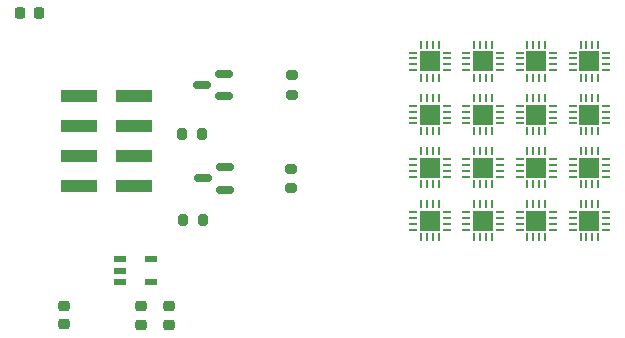
<source format=gbr>
%TF.GenerationSoftware,KiCad,Pcbnew,7.0.7*%
%TF.CreationDate,2023-10-03T17:06:42-05:00*%
%TF.ProjectId,MLX90393_board3,4d4c5839-3033-4393-935f-626f61726433,rev?*%
%TF.SameCoordinates,Original*%
%TF.FileFunction,Paste,Top*%
%TF.FilePolarity,Positive*%
%FSLAX46Y46*%
G04 Gerber Fmt 4.6, Leading zero omitted, Abs format (unit mm)*
G04 Created by KiCad (PCBNEW 7.0.7) date 2023-10-03 17:06:42*
%MOMM*%
%LPD*%
G01*
G04 APERTURE LIST*
G04 Aperture macros list*
%AMRoundRect*
0 Rectangle with rounded corners*
0 $1 Rounding radius*
0 $2 $3 $4 $5 $6 $7 $8 $9 X,Y pos of 4 corners*
0 Add a 4 corners polygon primitive as box body*
4,1,4,$2,$3,$4,$5,$6,$7,$8,$9,$2,$3,0*
0 Add four circle primitives for the rounded corners*
1,1,$1+$1,$2,$3*
1,1,$1+$1,$4,$5*
1,1,$1+$1,$6,$7*
1,1,$1+$1,$8,$9*
0 Add four rect primitives between the rounded corners*
20,1,$1+$1,$2,$3,$4,$5,0*
20,1,$1+$1,$4,$5,$6,$7,0*
20,1,$1+$1,$6,$7,$8,$9,0*
20,1,$1+$1,$8,$9,$2,$3,0*%
G04 Aperture macros list end*
%ADD10RoundRect,0.200000X0.275000X-0.200000X0.275000X0.200000X-0.275000X0.200000X-0.275000X-0.200000X0*%
%ADD11R,0.664999X0.280010*%
%ADD12R,0.280010X0.664999*%
%ADD13R,1.750013X1.750013*%
%ADD14R,1.104902X0.622301*%
%ADD15R,3.170003X1.000000*%
%ADD16RoundRect,0.150000X0.587500X0.150000X-0.587500X0.150000X-0.587500X-0.150000X0.587500X-0.150000X0*%
%ADD17RoundRect,0.225000X-0.250000X0.225000X-0.250000X-0.225000X0.250000X-0.225000X0.250000X0.225000X0*%
%ADD18RoundRect,0.218750X-0.218750X-0.256250X0.218750X-0.256250X0.218750X0.256250X-0.218750X0.256250X0*%
%ADD19RoundRect,0.200000X-0.200000X-0.275000X0.200000X-0.275000X0.200000X0.275000X-0.200000X0.275000X0*%
G04 APERTURE END LIST*
D10*
%TO.C,R20*%
X154061689Y-116683415D03*
X154061689Y-115033415D03*
%TD*%
D11*
%TO.C,M16*%
X177909272Y-118698351D03*
X177909272Y-119198479D03*
X177909272Y-119698351D03*
X177909272Y-120198479D03*
D12*
X178566625Y-120855832D03*
X179066753Y-120855832D03*
X179566625Y-120855832D03*
X180066753Y-120855832D03*
D11*
X180724106Y-120198479D03*
X180724106Y-119698351D03*
X180724106Y-119198479D03*
X180724106Y-118698351D03*
D12*
X180066753Y-118040998D03*
X179566625Y-118040998D03*
X179066753Y-118040998D03*
X178566625Y-118040998D03*
D13*
X179316689Y-119448415D03*
%TD*%
D14*
%TO.C,U5*%
X139561714Y-122708682D03*
X139561714Y-123657882D03*
X139561714Y-124608097D03*
X142161664Y-124608097D03*
X142161664Y-122708682D03*
%TD*%
D15*
%TO.C,J1*%
X140781534Y-108908407D03*
X136121641Y-108908407D03*
X140781534Y-111448412D03*
X136121641Y-111448412D03*
X140781534Y-113988418D03*
X136121641Y-113988418D03*
X140781534Y-116528423D03*
X136121641Y-116528423D03*
%TD*%
D16*
%TO.C,Q2*%
X148499189Y-116808415D03*
X148499189Y-114908415D03*
X146624189Y-115858415D03*
%TD*%
D17*
%TO.C,C3*%
X134861689Y-126658415D03*
X134861689Y-128208415D03*
%TD*%
D11*
%TO.C,M8*%
X177909272Y-109698351D03*
X177909272Y-110198479D03*
X177909272Y-110698351D03*
X177909272Y-111198479D03*
D12*
X178566625Y-111855832D03*
X179066753Y-111855832D03*
X179566625Y-111855832D03*
X180066753Y-111855832D03*
D11*
X180724106Y-111198479D03*
X180724106Y-110698351D03*
X180724106Y-110198479D03*
X180724106Y-109698351D03*
D12*
X180066753Y-109040998D03*
X179566625Y-109040998D03*
X179066753Y-109040998D03*
X178566625Y-109040998D03*
D13*
X179316689Y-110448415D03*
%TD*%
D11*
%TO.C,M11*%
X173409272Y-114198351D03*
X173409272Y-114698479D03*
X173409272Y-115198351D03*
X173409272Y-115698479D03*
D12*
X174066625Y-116355832D03*
X174566753Y-116355832D03*
X175066625Y-116355832D03*
X175566753Y-116355832D03*
D11*
X176224106Y-115698479D03*
X176224106Y-115198351D03*
X176224106Y-114698479D03*
X176224106Y-114198351D03*
D12*
X175566753Y-113540998D03*
X175066625Y-113540998D03*
X174566753Y-113540998D03*
X174066625Y-113540998D03*
D13*
X174816689Y-114948415D03*
%TD*%
D11*
%TO.C,M1*%
X168909272Y-105198351D03*
X168909272Y-105698479D03*
X168909272Y-106198351D03*
X168909272Y-106698479D03*
D12*
X169566625Y-107355832D03*
X170066753Y-107355832D03*
X170566625Y-107355832D03*
X171066753Y-107355832D03*
D11*
X171724106Y-106698479D03*
X171724106Y-106198351D03*
X171724106Y-105698479D03*
X171724106Y-105198351D03*
D12*
X171066753Y-104540998D03*
X170566625Y-104540998D03*
X170066753Y-104540998D03*
X169566625Y-104540998D03*
D13*
X170316689Y-105948415D03*
%TD*%
D11*
%TO.C,M2*%
X173409272Y-105198351D03*
X173409272Y-105698479D03*
X173409272Y-106198351D03*
X173409272Y-106698479D03*
D12*
X174066625Y-107355832D03*
X174566753Y-107355832D03*
X175066625Y-107355832D03*
X175566753Y-107355832D03*
D11*
X176224106Y-106698479D03*
X176224106Y-106198351D03*
X176224106Y-105698479D03*
X176224106Y-105198351D03*
D12*
X175566753Y-104540998D03*
X175066625Y-104540998D03*
X174566753Y-104540998D03*
X174066625Y-104540998D03*
D13*
X174816689Y-105948415D03*
%TD*%
D10*
%TO.C,R19*%
X154161689Y-108783415D03*
X154161689Y-107133415D03*
%TD*%
D11*
%TO.C,M9*%
X164409272Y-114198351D03*
X164409272Y-114698479D03*
X164409272Y-115198351D03*
X164409272Y-115698479D03*
D12*
X165066625Y-116355832D03*
X165566753Y-116355832D03*
X166066625Y-116355832D03*
X166566753Y-116355832D03*
D11*
X167224106Y-115698479D03*
X167224106Y-115198351D03*
X167224106Y-114698479D03*
X167224106Y-114198351D03*
D12*
X166566753Y-113540998D03*
X166066625Y-113540998D03*
X165566753Y-113540998D03*
X165066625Y-113540998D03*
D13*
X165816689Y-114948415D03*
%TD*%
D11*
%TO.C,M10*%
X168909272Y-114198351D03*
X168909272Y-114698479D03*
X168909272Y-115198351D03*
X168909272Y-115698479D03*
D12*
X169566625Y-116355832D03*
X170066753Y-116355832D03*
X170566625Y-116355832D03*
X171066753Y-116355832D03*
D11*
X171724106Y-115698479D03*
X171724106Y-115198351D03*
X171724106Y-114698479D03*
X171724106Y-114198351D03*
D12*
X171066753Y-113540998D03*
X170566625Y-113540998D03*
X170066753Y-113540998D03*
X169566625Y-113540998D03*
D13*
X170316689Y-114948415D03*
%TD*%
D16*
%TO.C,Q1*%
X148399189Y-108908415D03*
X148399189Y-107008415D03*
X146524189Y-107958415D03*
%TD*%
D18*
%TO.C,D1*%
X131112500Y-101850000D03*
X132687500Y-101850000D03*
%TD*%
D11*
%TO.C,M4*%
X177909272Y-105198351D03*
X177909272Y-105698479D03*
X177909272Y-106198351D03*
X177909272Y-106698479D03*
D12*
X178566625Y-107355832D03*
X179066753Y-107355832D03*
X179566625Y-107355832D03*
X180066753Y-107355832D03*
D11*
X180724106Y-106698479D03*
X180724106Y-106198351D03*
X180724106Y-105698479D03*
X180724106Y-105198351D03*
D12*
X180066753Y-104540998D03*
X179566625Y-104540998D03*
X179066753Y-104540998D03*
X178566625Y-104540998D03*
D13*
X179316689Y-105948415D03*
%TD*%
D19*
%TO.C,R18*%
X144836689Y-112108415D03*
X146486689Y-112108415D03*
%TD*%
D11*
%TO.C,M15*%
X173409272Y-118698351D03*
X173409272Y-119198479D03*
X173409272Y-119698351D03*
X173409272Y-120198479D03*
D12*
X174066625Y-120855832D03*
X174566753Y-120855832D03*
X175066625Y-120855832D03*
X175566753Y-120855832D03*
D11*
X176224106Y-120198479D03*
X176224106Y-119698351D03*
X176224106Y-119198479D03*
X176224106Y-118698351D03*
D12*
X175566753Y-118040998D03*
X175066625Y-118040998D03*
X174566753Y-118040998D03*
X174066625Y-118040998D03*
D13*
X174816689Y-119448415D03*
%TD*%
D17*
%TO.C,C1*%
X143761689Y-126683415D03*
X143761689Y-128233415D03*
%TD*%
%TO.C,C2*%
X141361689Y-126683415D03*
X141361689Y-128233415D03*
%TD*%
D11*
%TO.C,M14*%
X168909272Y-118698351D03*
X168909272Y-119198479D03*
X168909272Y-119698351D03*
X168909272Y-120198479D03*
D12*
X169566625Y-120855832D03*
X170066753Y-120855832D03*
X170566625Y-120855832D03*
X171066753Y-120855832D03*
D11*
X171724106Y-120198479D03*
X171724106Y-119698351D03*
X171724106Y-119198479D03*
X171724106Y-118698351D03*
D12*
X171066753Y-118040998D03*
X170566625Y-118040998D03*
X170066753Y-118040998D03*
X169566625Y-118040998D03*
D13*
X170316689Y-119448415D03*
%TD*%
D19*
%TO.C,R17*%
X144936689Y-119358415D03*
X146586689Y-119358415D03*
%TD*%
D11*
%TO.C,M12*%
X177909272Y-114198351D03*
X177909272Y-114698479D03*
X177909272Y-115198351D03*
X177909272Y-115698479D03*
D12*
X178566625Y-116355832D03*
X179066753Y-116355832D03*
X179566625Y-116355832D03*
X180066753Y-116355832D03*
D11*
X180724106Y-115698479D03*
X180724106Y-115198351D03*
X180724106Y-114698479D03*
X180724106Y-114198351D03*
D12*
X180066753Y-113540998D03*
X179566625Y-113540998D03*
X179066753Y-113540998D03*
X178566625Y-113540998D03*
D13*
X179316689Y-114948415D03*
%TD*%
D11*
%TO.C,M13*%
X164409272Y-118698351D03*
X164409272Y-119198479D03*
X164409272Y-119698351D03*
X164409272Y-120198479D03*
D12*
X165066625Y-120855832D03*
X165566753Y-120855832D03*
X166066625Y-120855832D03*
X166566753Y-120855832D03*
D11*
X167224106Y-120198479D03*
X167224106Y-119698351D03*
X167224106Y-119198479D03*
X167224106Y-118698351D03*
D12*
X166566753Y-118040998D03*
X166066625Y-118040998D03*
X165566753Y-118040998D03*
X165066625Y-118040998D03*
D13*
X165816689Y-119448415D03*
%TD*%
D11*
%TO.C,M7*%
X173409272Y-109698351D03*
X173409272Y-110198479D03*
X173409272Y-110698351D03*
X173409272Y-111198479D03*
D12*
X174066625Y-111855832D03*
X174566753Y-111855832D03*
X175066625Y-111855832D03*
X175566753Y-111855832D03*
D11*
X176224106Y-111198479D03*
X176224106Y-110698351D03*
X176224106Y-110198479D03*
X176224106Y-109698351D03*
D12*
X175566753Y-109040998D03*
X175066625Y-109040998D03*
X174566753Y-109040998D03*
X174066625Y-109040998D03*
D13*
X174816689Y-110448415D03*
%TD*%
D11*
%TO.C,M5*%
X164409272Y-109698351D03*
X164409272Y-110198479D03*
X164409272Y-110698351D03*
X164409272Y-111198479D03*
D12*
X165066625Y-111855832D03*
X165566753Y-111855832D03*
X166066625Y-111855832D03*
X166566753Y-111855832D03*
D11*
X167224106Y-111198479D03*
X167224106Y-110698351D03*
X167224106Y-110198479D03*
X167224106Y-109698351D03*
D12*
X166566753Y-109040998D03*
X166066625Y-109040998D03*
X165566753Y-109040998D03*
X165066625Y-109040998D03*
D13*
X165816689Y-110448415D03*
%TD*%
D11*
%TO.C,M3*%
X164409272Y-105198351D03*
X164409272Y-105698479D03*
X164409272Y-106198351D03*
X164409272Y-106698479D03*
D12*
X165066625Y-107355832D03*
X165566753Y-107355832D03*
X166066625Y-107355832D03*
X166566753Y-107355832D03*
D11*
X167224106Y-106698479D03*
X167224106Y-106198351D03*
X167224106Y-105698479D03*
X167224106Y-105198351D03*
D12*
X166566753Y-104540998D03*
X166066625Y-104540998D03*
X165566753Y-104540998D03*
X165066625Y-104540998D03*
D13*
X165816689Y-105948415D03*
%TD*%
D11*
%TO.C,M6*%
X168909272Y-109698351D03*
X168909272Y-110198479D03*
X168909272Y-110698351D03*
X168909272Y-111198479D03*
D12*
X169566625Y-111855832D03*
X170066753Y-111855832D03*
X170566625Y-111855832D03*
X171066753Y-111855832D03*
D11*
X171724106Y-111198479D03*
X171724106Y-110698351D03*
X171724106Y-110198479D03*
X171724106Y-109698351D03*
D12*
X171066753Y-109040998D03*
X170566625Y-109040998D03*
X170066753Y-109040998D03*
X169566625Y-109040998D03*
D13*
X170316689Y-110448415D03*
%TD*%
M02*

</source>
